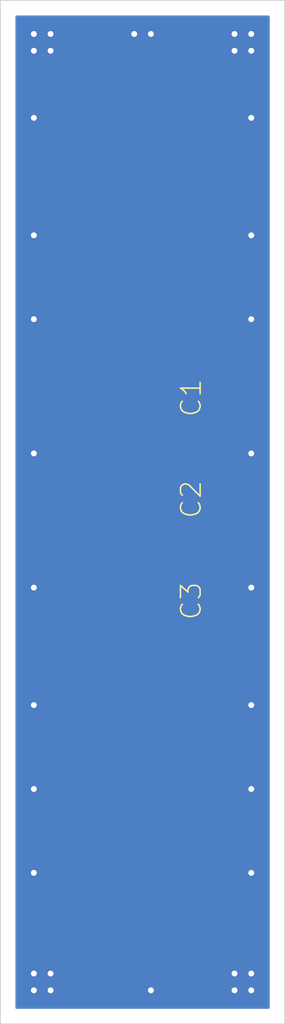
<source format=kicad_pcb>
(kicad_pcb (version 20240108) (generator "pcbnew") (generator_version "8.0")
  (layers (0 "F.Cu" signal) (31 "B.Cu" signal) (34 "B.Paste" user) (35 "F.Paste" user) (36 "B.SilkS" user "B.Silkscreen") (37 "F.SilkS" user "F.Silkscreen") (38 "B.Mask" user) (39 "F.Mask" user) (44 "Edge.Cuts" user))
  (net 0 "")
  (net 1 "N$1")
  (net 2 "N$2")
  (net 3 "N$3")
  (net 4 "N$4")
  (net 5 "GND")
  (footprint "Decoupling_Board:C1210_334" (layer "F.Cu") (at 148.8111 110.9936 -90)
    (property "Reference" "C3" (at -1.905 -1.905 90) (layer "F.SilkS") (effects (font (size 1.176528 1.176528) (thickness 0.093472)) (justify right top)))
    (property "Value" "18pF")
    (pad "1" smd rect (at -1.4 0 270) (size 1.6 2.7) (layers "F.Cu" "F.Paste" "F.Mask") (net 3 "N$3"))
    (pad "2" smd rect (at 1.4 0 270) (size 1.6 2.7) (layers "F.Cu" "F.Paste" "F.Mask") (net 4 "N$4"))
  )
  (footprint "Decoupling_Board:C1210_334" (layer "F.Cu") (at 148.8111 104.9436 -90)
    (property "Reference" "C2" (at -1.905 -1.905 90) (layer "F.SilkS") (effects (font (size 1.176528 1.176528) (thickness 0.093472)) (justify right top)))
    (property "Value" "47pF")
    (pad "1" smd rect (at -1.4 0 270) (size 1.6 2.7) (layers "F.Cu" "F.Paste" "F.Mask") (net 2 "N$2"))
    (pad "2" smd rect (at 1.4 0 270) (size 1.6 2.7) (layers "F.Cu" "F.Paste" "F.Mask") (net 3 "N$3"))
  )
  (footprint "Decoupling_Board:C1210_334" (layer "F.Cu") (at 148.8111 98.8936 -90)
    (property "Reference" "C1" (at -1.905 -1.905 90) (layer "F.SilkS") (effects (font (size 1.176528 1.176528) (thickness 0.093472)) (justify right top)))
    (property "Value" "18pF")
    (pad "1" smd rect (at -1.4 0 270) (size 1.6 2.7) (layers "F.Cu" "F.Paste" "F.Mask") (net 1 "N$1"))
    (pad "2" smd rect (at 1.4 0 270) (size 1.6 2.7) (layers "F.Cu" "F.Paste" "F.Mask") (net 2 "N$2"))
  )
  (footprint "Decoupling_Board:COAX.141" (layer "F.Cu") (at 148.7711 89.4036 90)
    (property "Reference" "U$1" (hide yes))
    (property "Value" "COAX_CON_DIRECT" (hide yes))
    (pad "P$1" smd rect (at -3.363718 0 90) (size 4 2) (layers "F.Cu" "F.Paste" "F.Mask") (net 1 "N$1"))
    (pad "P$2" smd rect (at 6.545578 0 90) (size 10 5.588) (layers "F.Cu" "F.Paste" "F.Mask") (net 5 "GND"))
  )
  (footprint "Decoupling_Board:COAX.141" (layer "F.Cu") (at 148.7811 120.4036 -90)
    (property "Reference" "U$2" (hide yes))
    (property "Value" "COAX_CON_DIRECT" (hide yes))
    (pad "P$1" smd rect (at -3.363718 0 270) (size 4 2) (layers "F.Cu" "F.Paste" "F.Mask") (net 4 "N$4"))
    (pad "P$2" smd rect (at 6.545578 0 270) (size 10 5.588) (layers "F.Cu" "F.Paste" "F.Mask") (net 5 "GND"))
  )
  (gr_line (start 157.0011 135.5036) (end 157.0011 74.5036) (stroke (width 0.05)) (layer "Edge.Cuts"))
  (gr_line (start 140.0011 74.5036) (end 140.0011 135.5036) (stroke (width 0.05)) (layer "Edge.Cuts"))
  (gr_line (start 157.0011 74.5036) (end 140.0011 74.5036) (stroke (width 0.05)) (layer "Edge.Cuts"))
  (gr_line (start 140.0011 135.5036) (end 157.0011 135.5036) (stroke (width 0.05)) (layer "Edge.Cuts"))
  (segment (start 148.7711 97.4536) (end 148.8111 97.4936) (width 1.27) (layer "F.Cu") (net 1))
  (segment (start 148.7711 92.767319) (end 148.7711 97.4536) (width 1.27) (layer "F.Cu") (net 1))
  (segment (start 148.8111 100.2936) (end 148.8111 103.5436) (width 1.27) (layer "F.Cu") (net 2))
  (segment (start 148.8111 106.3436) (end 148.8111 109.5936) (width 1.27) (layer "F.Cu") (net 3))
  (segment (start 148.8111 112.3936) (end 148.8111 117.009882) (width 1.27) (layer "F.Cu") (net 4))
  (segment (start 148.8111 117.009882) (end 148.7811 117.039882) (width 1.27) (layer "F.Cu") (net 4))
  (via (at 155.0011 93.5036) (size 0.7564) (drill 0.35) (layers "F.Cu" "B.Cu") (net 5))
  (via (at 155.0011 132.5036) (size 0.7564) (drill 0.35) (layers "F.Cu" "B.Cu") (net 5))
  (via (at 142.0011 88.5036) (size 0.7564) (drill 0.35) (layers "F.Cu" "B.Cu") (net 5))
  (via (at 155.0011 116.5036) (size 0.7564) (drill 0.35) (layers "F.Cu" "B.Cu") (net 5))
  (via (at 142.0011 121.5036) (size 0.7564) (drill 0.35) (layers "F.Cu" "B.Cu") (net 5))
  (via (at 142.0011 126.5036) (size 0.7564) (drill 0.35) (layers "F.Cu" "B.Cu") (net 5))
  (via (at 155.0011 101.5036) (size 0.7564) (drill 0.35) (layers "F.Cu" "B.Cu") (net 5))
  (via (at 148.0011 76.5036) (size 0.7564) (drill 0.35) (layers "F.Cu" "B.Cu") (net 5))
  (via (at 149.0011 133.5036) (size 0.7564) (drill 0.35) (layers "F.Cu" "B.Cu") (net 5))
  (via (at 142.0011 116.5036) (size 0.7564) (drill 0.35) (layers "F.Cu" "B.Cu") (net 5))
  (via (at 142.0011 93.5036) (size 0.7564) (drill 0.35) (layers "F.Cu" "B.Cu") (net 5))
  (via (at 142.0011 132.5036) (size 0.7564) (drill 0.35) (layers "F.Cu" "B.Cu") (net 5))
  (via (at 154.0011 77.5036) (size 0.7564) (drill 0.35) (layers "F.Cu" "B.Cu") (net 5))
  (via (at 155.0011 81.5036) (size 0.7564) (drill 0.35) (layers "F.Cu" "B.Cu") (net 5))
  (via (at 143.0011 76.5036) (size 0.7564) (drill 0.35) (layers "F.Cu" "B.Cu") (net 5))
  (via (at 155.0011 76.5036) (size 0.7564) (drill 0.35) (layers "F.Cu" "B.Cu") (net 5))
  (via (at 155.0011 88.5036) (size 0.7564) (drill 0.35) (layers "F.Cu" "B.Cu") (net 5))
  (via (at 142.0011 109.5036) (size 0.7564) (drill 0.35) (layers "F.Cu" "B.Cu") (net 5))
  (via (at 154.0011 76.5036) (size 0.7564) (drill 0.35) (layers "F.Cu" "B.Cu") (net 5))
  (via (at 154.0011 133.5036) (size 0.7564) (drill 0.35) (layers "F.Cu" "B.Cu") (net 5))
  (via (at 142.0011 77.5036) (size 0.7564) (drill 0.35) (layers "F.Cu" "B.Cu") (net 5))
  (via (at 142.0011 101.5036) (size 0.7564) (drill 0.35) (layers "F.Cu" "B.Cu") (net 5))
  (via (at 155.0011 121.5036) (size 0.7564) (drill 0.35) (layers "F.Cu" "B.Cu") (net 5))
  (via (at 155.0011 77.5036) (size 0.7564) (drill 0.35) (layers "F.Cu" "B.Cu") (net 5))
  (via (at 142.0011 76.5036) (size 0.7564) (drill 0.35) (layers "F.Cu" "B.Cu") (net 5))
  (via (at 149.0011 76.5036) (size 0.7564) (drill 0.35) (layers "F.Cu" "B.Cu") (net 5))
  (via (at 155.0011 109.5036) (size 0.7564) (drill 0.35) (layers "F.Cu" "B.Cu") (net 5))
  (via (at 154.0011 132.5036) (size 0.7564) (drill 0.35) (layers "F.Cu" "B.Cu") (net 5))
  (via (at 142.0011 133.5036) (size 0.7564) (drill 0.35) (layers "F.Cu" "B.Cu") (net 5))
  (via (at 155.0011 133.5036) (size 0.7564) (drill 0.35) (layers "F.Cu" "B.Cu") (net 5))
  (via (at 143.0011 132.5036) (size 0.7564) (drill 0.35) (layers "F.Cu" "B.Cu") (net 5))
  (via (at 155.0011 126.5036) (size 0.7564) (drill 0.35) (layers "F.Cu" "B.Cu") (net 5))
  (via (at 142.0011 81.5036) (size 0.7564) (drill 0.35) (layers "F.Cu" "B.Cu") (net 5))
  (via (at 143.0011 77.5036) (size 0.7564) (drill 0.35) (layers "F.Cu" "B.Cu") (net 5))
  (via (at 143.0011 133.5036) (size 0.7564) (drill 0.35) (layers "F.Cu" "B.Cu") (net 5))
  (zone (net 5) (net_name "GND") (layer "F.Cu") (priority 6) (connect_pads (clearance 0.000001)) (min_thickness 0.1) (fill yes (thermal_gap 0.25) (thermal_bridge_width 0.25))
    (polygon (pts (xy 156.1011 87.6036) (xy 145.042522 87.6036) (xy 144.1011 88.545022) (xy 144.1011 121.462178) (xy 145.042522 122.4036) (xy 156.1011 122.4036) (xy 156.1011 134.6036) (xy 140.9011 134.6036) (xy 140.9011 75.4036) (xy 156.1011 75.4036)))
  )
  (zone (net 5) (net_name "GND") (layer "F.Cu") (priority 6) (connect_pads (clearance 0.000001)) (min_thickness 0.1) (fill yes (thermal_gap 0.25) (thermal_bridge_width 0.25))
    (polygon (pts (xy 156.1011 123.6036) (xy 152.9011 123.6036) (xy 152.9011 122.462179) (xy 153.9011 121.462179) (xy 153.9011 88.545022) (xy 152.959678 87.6036) (xy 151.9011 87.6036) (xy 151.9011 81.4036) (xy 156.1011 81.4036)))
  )
  (zone (net 5) (net_name "GND") (layer "B.Cu") (priority 6) (connect_pads (clearance 0.000001)) (min_thickness 0.1) (fill yes (thermal_gap 0.25) (thermal_bridge_width 0.25))
    (polygon (pts (xy 156.1011 134.6036) (xy 140.9011 134.6036) (xy 140.9011 75.4036) (xy 156.1011 75.4036)))
  )
)
</source>
